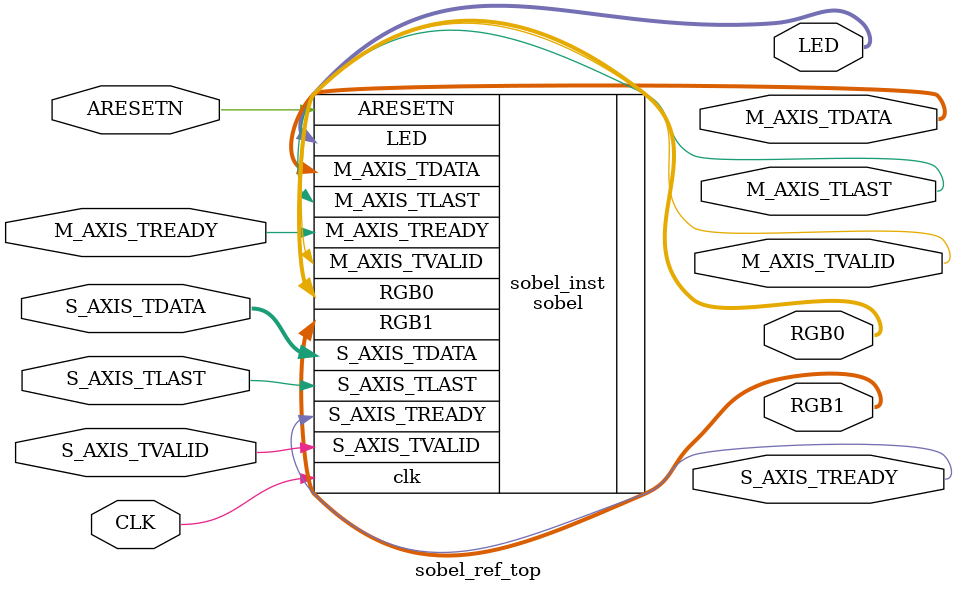
<source format=v>
module sobel_ref_top #(
  parameter DATAWIDTH = 32,
  parameter MEMORYWIDTH = 8,
  parameter ADDRWIDTH = 12
) (
  input wire    CLK,
  input wire    ARESETN,

  input   wire    [DATAWIDTH - 1 : 0] S_AXIS_TDATA,
  input   wire                        S_AXIS_TLAST,
  input   wire                        S_AXIS_TVALID,
  output  wire                        S_AXIS_TREADY,

  output  wire    [DATAWIDTH - 1 : 0] M_AXIS_TDATA,
  output  wire                        M_AXIS_TLAST,
  output  wire                        M_AXIS_TVALID,
  input   wire                        M_AXIS_TREADY,

  output wire                 [3 : 0] LED,
  output wire                 [2 : 0] RGB0,
  output wire                 [2 : 0] RGB1
  );


sobel # (
    .DATAWIDTH(DATAWIDTH),
    .MEMORYWIDTH(MEMORYWIDTH),
    .ADDRWIDTH(ADDRWIDTH)
  )
  sobel_inst (
    .clk(CLK),
    .ARESETN(ARESETN),
    .S_AXIS_TDATA(S_AXIS_TDATA),
    .S_AXIS_TLAST(S_AXIS_TLAST),
    .S_AXIS_TVALID(S_AXIS_TVALID),
    .S_AXIS_TREADY(S_AXIS_TREADY),
    .M_AXIS_TDATA(M_AXIS_TDATA),
    .M_AXIS_TLAST(M_AXIS_TLAST),
    .M_AXIS_TVALID(M_AXIS_TVALID),
    .M_AXIS_TREADY(M_AXIS_TREADY),
    .LED(LED),
    .RGB0(RGB0),
    .RGB1(RGB1)
  );

endmodule



</source>
